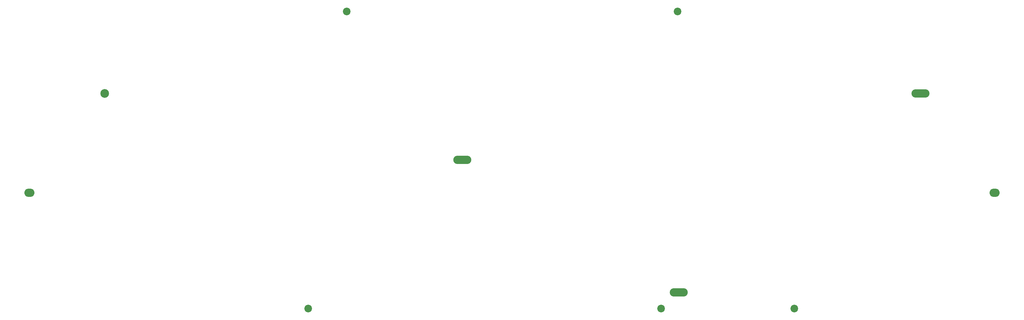
<source format=gts>
%TF.GenerationSoftware,KiCad,Pcbnew,(5.1.10-1-10_14)*%
%TF.CreationDate,2021-08-04T05:51:24+09:00*%
%TF.ProjectId,Jones_plate_bottom,4a6f6e65-735f-4706-9c61-74655f626f74,v.1 (042)*%
%TF.SameCoordinates,Original*%
%TF.FileFunction,Soldermask,Top*%
%TF.FilePolarity,Negative*%
%FSLAX46Y46*%
G04 Gerber Fmt 4.6, Leading zero omitted, Abs format (unit mm)*
G04 Created by KiCad (PCBNEW (5.1.10-1-10_14)) date 2021-08-04 05:51:24*
%MOMM*%
%LPD*%
G01*
G04 APERTURE LIST*
%ADD10C,2.200000*%
%ADD11O,2.900000X2.400000*%
%ADD12C,2.499400*%
%ADD13O,5.200000X2.400000*%
G04 APERTURE END LIST*
D10*
%TO.C,H5*%
X239175000Y-106925000D03*
%TD*%
%TO.C,H4*%
X200825000Y-106925000D03*
%TD*%
%TO.C,H3*%
X99275000Y-106925000D03*
%TD*%
%TO.C,H2*%
X205575000Y-21325000D03*
%TD*%
%TO.C,H1*%
X110325000Y-21325000D03*
%TD*%
D11*
%TO.C,REF\u002A\u002A*%
X296874960Y-73574600D03*
X18974960Y-73574600D03*
D12*
X40624960Y-44974600D03*
D13*
X275474960Y-44974600D03*
X205924960Y-102274600D03*
X143624960Y-64074600D03*
%TD*%
M02*

</source>
